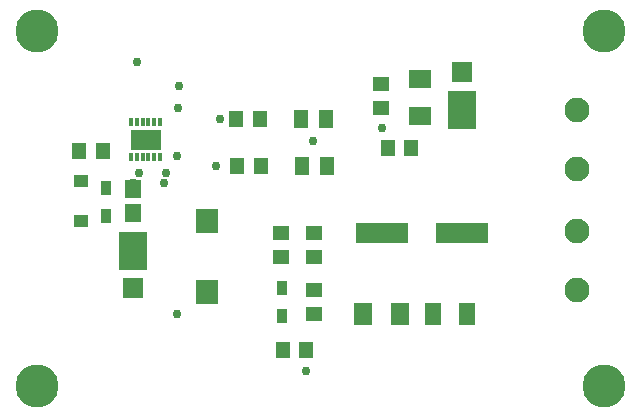
<source format=gts>
%FSTAX23Y23*%
%MOIN*%
%SFA1B1*%

%IPPOS*%
%ADD27R,0.072031X0.062464*%
%ADD28R,0.062464X0.072031*%
%ADD29R,0.052760X0.073937*%
%ADD30R,0.048587X0.058212*%
%ADD31R,0.058212X0.048587*%
%ADD32R,0.045275X0.061004*%
%ADD33R,0.092520X0.127956*%
%ADD34R,0.065905X0.065748*%
%ADD35R,0.175197X0.068898*%
%ADD36R,0.035433X0.045275*%
%ADD37R,0.072835X0.084645*%
%ADD38R,0.057149X0.059512*%
%ADD39R,0.051181X0.043307*%
%ADD40R,0.014000X0.031598*%
%ADD41R,0.102425X0.070901*%
%ADD42C,0.082740*%
%ADD43C,0.029527*%
%ADD44C,0.143701*%
%LNpcb-1*%
%LPD*%
G54D27*
X01394Y01016D03*
Y01141D03*
G54D28*
X01329Y00356D03*
X01204D03*
G54D29*
X01553Y00356D03*
X01439D03*
G54D30*
X01365Y0091D03*
X01287D03*
X00861Y01005D03*
X00782D03*
X00785Y00849D03*
X00864D03*
X01016Y00236D03*
X00937D03*
X00338Y009D03*
X00259D03*
G54D31*
X01265Y01122D03*
Y01043D03*
X01041Y00435D03*
Y00357D03*
Y00625D03*
Y00547D03*
X00931D03*
Y00625D03*
G54D32*
X01083Y01005D03*
X01D03*
X01003Y00849D03*
X01086D03*
G54D33*
X01534Y01036D03*
X00437Y00568D03*
G54D34*
X01534Y01162D03*
X00437Y00443D03*
G54D35*
X01269Y00626D03*
X01534D03*
G54D36*
X00936Y0035D03*
Y00442D03*
X00349Y00683D03*
Y00776D03*
G54D37*
X00686Y00429D03*
Y00666D03*
G54D38*
X00437Y00772D03*
Y00693D03*
G54D39*
X00264Y00801D03*
Y00668D03*
G54D40*
X0053Y00995D03*
X0051D03*
X0049D03*
X00471D03*
X00451D03*
X00431D03*
Y00881D03*
X00451D03*
X00471D03*
X0049D03*
X0051D03*
X0053D03*
G54D41*
X00481Y00938D03*
G54D42*
X01918Y00633D03*
Y00435D03*
Y0084D03*
Y01037D03*
G54D43*
X00459Y00826D03*
X00438Y00793D03*
X01268Y00978D03*
X01038Y00933D03*
X00547Y00826D03*
X00729Y01005D03*
X00453Y01195D03*
X00716Y00849D03*
X00541Y00793D03*
X00586Y00358D03*
Y00883D03*
X00591Y01118D03*
X0059Y01043D03*
X01016Y00166D03*
G54D44*
X00118Y00118D03*
X0201D03*
Y01299D03*
X00118D03*
M02*
</source>
